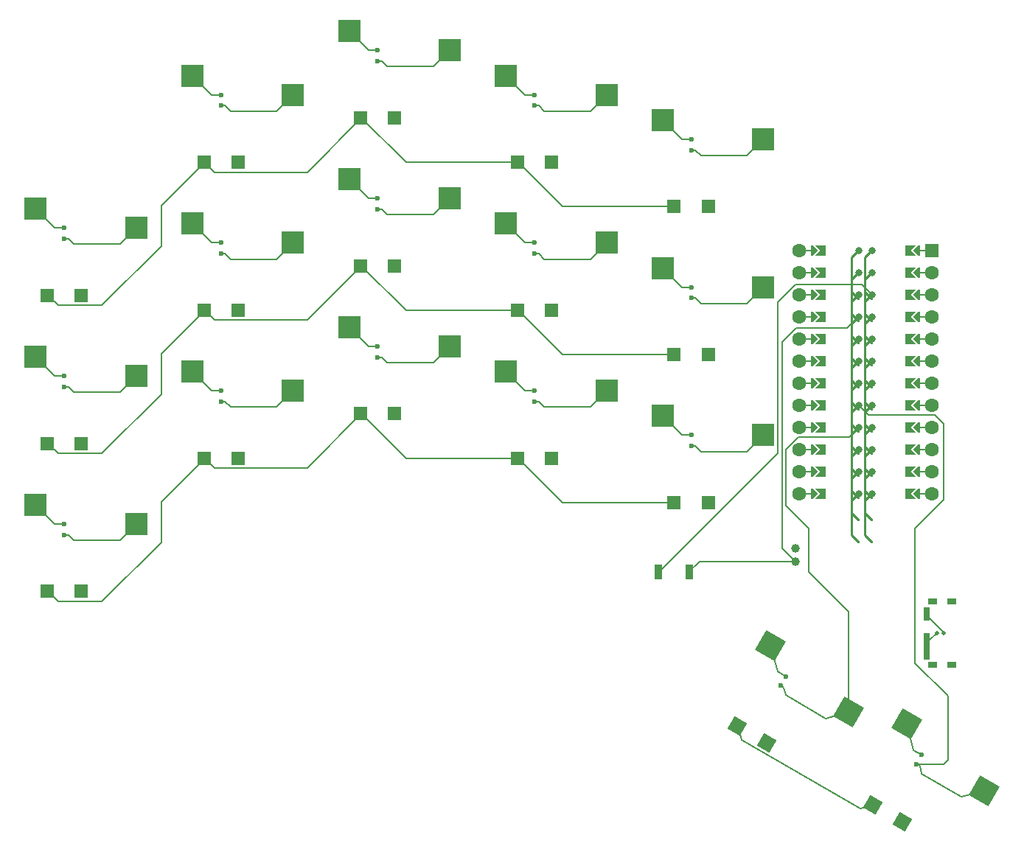
<source format=gbr>
%TF.GenerationSoftware,KiCad,Pcbnew,(6.0.6-1)-1*%
%TF.CreationDate,2023-03-28T00:01:58-05:00*%
%TF.ProjectId,smcboard,736d6362-6f61-4726-942e-6b696361645f,v1.0.0*%
%TF.SameCoordinates,Original*%
%TF.FileFunction,Copper,L2,Bot*%
%TF.FilePolarity,Positive*%
%FSLAX46Y46*%
G04 Gerber Fmt 4.6, Leading zero omitted, Abs format (unit mm)*
G04 Created by KiCad (PCBNEW (6.0.6-1)-1) date 2023-03-28 00:01:58*
%MOMM*%
%LPD*%
G01*
G04 APERTURE LIST*
G04 Aperture macros list*
%AMRotRect*
0 Rectangle, with rotation*
0 The origin of the aperture is its center*
0 $1 length*
0 $2 width*
0 $3 Rotation angle, in degrees counterclockwise*
0 Add horizontal line*
21,1,$1,$2,0,0,$3*%
%AMFreePoly0*
4,1,5,0.125000,-0.500000,-0.125000,-0.500000,-0.125000,0.500000,0.125000,0.500000,0.125000,-0.500000,0.125000,-0.500000,$1*%
%AMFreePoly1*
4,1,6,0.600000,-0.250000,-0.600000,-0.250000,-0.600000,1.000000,0.000000,0.400000,0.600000,1.000000,0.600000,-0.250000,0.600000,-0.250000,$1*%
%AMFreePoly2*
4,1,6,0.600000,0.200000,0.000000,-0.400000,-0.600000,0.200000,-0.600000,0.400000,0.600000,0.400000,0.600000,0.200000,0.600000,0.200000,$1*%
%AMFreePoly3*
4,1,49,0.004773,0.123721,0.009154,0.124665,0.028961,0.117240,0.062500,0.108253,0.068237,0.102516,0.075053,0.099961,0.087617,0.083136,0.108253,0.062500,0.111178,0.051584,0.117161,0.043572,0.118539,0.024114,0.125000,0.000000,0.121239,-0.014035,0.122131,-0.026629,0.113759,-0.041951,0.108253,-0.062500,0.095644,-0.075109,0.088389,-0.088388,-0.641000,-0.817776,-0.641000,-4.770224,
0.088389,-5.499612,0.109852,-5.528356,0.124665,-5.597154,0.099961,-5.663053,0.043572,-5.705161,-0.026629,-5.710131,-0.088388,-5.676389,-0.854388,-4.910388,-0.867707,-4.892552,-0.871189,-4.889530,-0.871982,-4.886826,-0.875852,-4.881644,-0.882331,-4.851549,-0.891000,-4.822000,-0.891000,-0.766000,-0.887805,-0.743969,-0.888131,-0.739371,-0.886780,-0.736898,-0.885852,-0.730498,-0.869151,-0.704632,
-0.854388,-0.677612,-0.088388,0.088389,-0.064606,0.106147,-0.062500,0.108253,-0.061385,0.108552,-0.059644,0.109852,-0.043806,0.113262,0.000000,0.125000,0.004773,0.123721,0.004773,0.123721,$1*%
G04 Aperture macros list end*
%TA.AperFunction,ComponentPad*%
%ADD10C,1.600000*%
%TD*%
%TA.AperFunction,ComponentPad*%
%ADD11R,1.600000X1.600000*%
%TD*%
%TA.AperFunction,SMDPad,CuDef*%
%ADD12FreePoly0,90.000000*%
%TD*%
%TA.AperFunction,SMDPad,CuDef*%
%ADD13FreePoly1,90.000000*%
%TD*%
%TA.AperFunction,SMDPad,CuDef*%
%ADD14FreePoly2,90.000000*%
%TD*%
%TA.AperFunction,SMDPad,CuDef*%
%ADD15FreePoly0,270.000000*%
%TD*%
%TA.AperFunction,SMDPad,CuDef*%
%ADD16FreePoly2,270.000000*%
%TD*%
%TA.AperFunction,SMDPad,CuDef*%
%ADD17FreePoly1,270.000000*%
%TD*%
%TA.AperFunction,SMDPad,CuDef*%
%ADD18FreePoly3,90.000000*%
%TD*%
%TA.AperFunction,SMDPad,CuDef*%
%ADD19FreePoly3,270.000000*%
%TD*%
%TA.AperFunction,ComponentPad*%
%ADD20C,0.800000*%
%TD*%
%TA.AperFunction,ComponentPad*%
%ADD21R,0.900000X1.700000*%
%TD*%
%TA.AperFunction,SMDPad,CuDef*%
%ADD22R,0.700000X1.500000*%
%TD*%
%TA.AperFunction,SMDPad,CuDef*%
%ADD23R,1.000000X0.800000*%
%TD*%
%TA.AperFunction,ComponentPad*%
%ADD24C,1.000000*%
%TD*%
%TA.AperFunction,SMDPad,CuDef*%
%ADD25R,2.600000X2.600000*%
%TD*%
%TA.AperFunction,SMDPad,CuDef*%
%ADD26RotRect,2.600000X2.600000X330.000000*%
%TD*%
%TA.AperFunction,ComponentPad*%
%ADD27R,1.650000X1.650000*%
%TD*%
%TA.AperFunction,ComponentPad*%
%ADD28RotRect,1.650000X1.650000X150.000000*%
%TD*%
%TA.AperFunction,ComponentPad*%
%ADD29RotRect,1.650000X1.650000X330.000000*%
%TD*%
%TA.AperFunction,ComponentPad*%
%ADD30C,0.600000*%
%TD*%
%TA.AperFunction,ViaPad*%
%ADD31C,0.500000*%
%TD*%
%TA.AperFunction,Conductor*%
%ADD32C,0.200000*%
%TD*%
%TA.AperFunction,Conductor*%
%ADD33C,0.180000*%
%TD*%
G04 APERTURE END LIST*
D10*
%TO.P,MCU1,*%
%TO.N,*%
X233655000Y-130830000D03*
X233655000Y-133370000D03*
X233655000Y-135910000D03*
X233655000Y-138450000D03*
X233655000Y-140990000D03*
X233655000Y-143530000D03*
X233655000Y-146070000D03*
X233655000Y-148610000D03*
X233655000Y-151150000D03*
X233655000Y-153690000D03*
X233655000Y-156230000D03*
X233655000Y-158770000D03*
X248895000Y-158770000D03*
X248895000Y-156230000D03*
X248895000Y-153690000D03*
X248895000Y-151150000D03*
X248895000Y-148610000D03*
X248895000Y-146070000D03*
X248895000Y-143530000D03*
X248895000Y-140990000D03*
X248895000Y-138450000D03*
X248895000Y-135910000D03*
X248895000Y-133370000D03*
X248895000Y-130830000D03*
D11*
X248895000Y-130830000D03*
D12*
X234925000Y-130830000D03*
D13*
%TO.P,MCU1,1*%
%TO.N,RAW*%
X236449000Y-130830000D03*
D14*
%TO.P,MCU1,*%
%TO.N,*%
X235433000Y-130830000D03*
D12*
X234925000Y-133370000D03*
D14*
X235433000Y-133370000D03*
D13*
%TO.P,MCU1,2*%
%TO.N,N/C*%
X236449000Y-133370000D03*
D12*
%TO.P,MCU1,*%
%TO.N,*%
X234925000Y-135910000D03*
D14*
X235433000Y-135910000D03*
D13*
%TO.P,MCU1,3*%
%TO.N,RST*%
X236449000Y-135910000D03*
D12*
%TO.P,MCU1,*%
%TO.N,*%
X234925000Y-138450000D03*
D14*
X235433000Y-138450000D03*
D13*
%TO.P,MCU1,4*%
%TO.N,VCC*%
X236449000Y-138450000D03*
D12*
%TO.P,MCU1,*%
%TO.N,*%
X234925000Y-140990000D03*
D14*
X235433000Y-140990000D03*
D13*
%TO.P,MCU1,5*%
%TO.N,P21*%
X236449000Y-140990000D03*
D12*
%TO.P,MCU1,*%
%TO.N,*%
X234925000Y-143530000D03*
D14*
X235433000Y-143530000D03*
D13*
%TO.P,MCU1,6*%
%TO.N,P20*%
X236449000Y-143530000D03*
D12*
%TO.P,MCU1,*%
%TO.N,*%
X234925000Y-146070000D03*
D14*
X235433000Y-146070000D03*
D13*
%TO.P,MCU1,7*%
%TO.N,P19*%
X236449000Y-146070000D03*
D12*
%TO.P,MCU1,*%
%TO.N,*%
X234925000Y-148610000D03*
D14*
X235433000Y-148610000D03*
D13*
%TO.P,MCU1,8*%
%TO.N,P18*%
X236449000Y-148610000D03*
D12*
%TO.P,MCU1,*%
%TO.N,*%
X234925000Y-151150000D03*
D14*
X235433000Y-151150000D03*
D13*
%TO.P,MCU1,9*%
%TO.N,P15*%
X236449000Y-151150000D03*
D12*
%TO.P,MCU1,*%
%TO.N,*%
X234925000Y-153690000D03*
D14*
X235433000Y-153690000D03*
D13*
%TO.P,MCU1,10*%
%TO.N,P14*%
X236449000Y-153690000D03*
D12*
%TO.P,MCU1,*%
%TO.N,*%
X234925000Y-156230000D03*
D14*
X235433000Y-156230000D03*
D13*
%TO.P,MCU1,11*%
%TO.N,P16*%
X236449000Y-156230000D03*
D12*
%TO.P,MCU1,*%
%TO.N,*%
X234925000Y-158770000D03*
D14*
X235433000Y-158770000D03*
D13*
%TO.P,MCU1,12*%
%TO.N,P10*%
X236449000Y-158770000D03*
D15*
%TO.P,MCU1,*%
%TO.N,*%
X247625000Y-130830000D03*
D16*
X247117000Y-130830000D03*
D17*
%TO.P,MCU1,24*%
%TO.N,P1*%
X246101000Y-130830000D03*
%TO.P,MCU1,23*%
%TO.N,P0*%
X246101000Y-133370000D03*
D15*
%TO.P,MCU1,*%
%TO.N,*%
X247625000Y-133370000D03*
D16*
X247117000Y-133370000D03*
D17*
%TO.P,MCU1,22*%
%TO.N,GND*%
X246101000Y-135910000D03*
D15*
%TO.P,MCU1,*%
%TO.N,*%
X247625000Y-135910000D03*
D16*
X247117000Y-135910000D03*
D17*
%TO.P,MCU1,21*%
%TO.N,GND*%
X246101000Y-138450000D03*
D15*
%TO.P,MCU1,*%
%TO.N,*%
X247625000Y-138450000D03*
D16*
X247117000Y-138450000D03*
D17*
%TO.P,MCU1,20*%
%TO.N,P2*%
X246101000Y-140990000D03*
D15*
%TO.P,MCU1,*%
%TO.N,*%
X247625000Y-140990000D03*
D16*
X247117000Y-140990000D03*
D17*
%TO.P,MCU1,19*%
%TO.N,P3*%
X246101000Y-143530000D03*
D15*
%TO.P,MCU1,*%
%TO.N,*%
X247625000Y-143530000D03*
D16*
X247117000Y-143530000D03*
D17*
%TO.P,MCU1,18*%
%TO.N,P4*%
X246101000Y-146070000D03*
D15*
%TO.P,MCU1,*%
%TO.N,*%
X247625000Y-146070000D03*
D16*
X247117000Y-146070000D03*
D17*
%TO.P,MCU1,17*%
%TO.N,P5*%
X246101000Y-148610000D03*
D15*
%TO.P,MCU1,*%
%TO.N,*%
X247625000Y-148610000D03*
D16*
X247117000Y-148610000D03*
D17*
%TO.P,MCU1,16*%
%TO.N,P6*%
X246101000Y-151150000D03*
D15*
%TO.P,MCU1,*%
%TO.N,*%
X247625000Y-151150000D03*
D16*
X247117000Y-151150000D03*
D17*
%TO.P,MCU1,15*%
%TO.N,P7*%
X246101000Y-153690000D03*
D15*
%TO.P,MCU1,*%
%TO.N,*%
X247625000Y-153690000D03*
D16*
X247117000Y-153690000D03*
D17*
%TO.P,MCU1,14*%
%TO.N,P8*%
X246101000Y-156230000D03*
D15*
%TO.P,MCU1,*%
%TO.N,*%
X247625000Y-156230000D03*
D16*
X247117000Y-156230000D03*
D17*
%TO.P,MCU1,13*%
%TO.N,P9*%
X246101000Y-158770000D03*
D15*
%TO.P,MCU1,*%
%TO.N,*%
X247625000Y-158770000D03*
D16*
X247117000Y-158770000D03*
D18*
%TO.P,MCU1,23*%
%TO.N,P0*%
X240513000Y-133370000D03*
D19*
%TO.P,MCU1,2*%
%TO.N,GND*%
X242037000Y-133370000D03*
D20*
X242037000Y-133370000D03*
%TO.P,MCU1,23*%
%TO.N,P0*%
X240513000Y-133370000D03*
%TO.P,MCU1,24*%
%TO.N,P1*%
X240513000Y-130830000D03*
%TO.P,MCU1,1*%
%TO.N,RAW*%
X242037000Y-130830000D03*
D18*
%TO.P,MCU1,24*%
%TO.N,P1*%
X240513000Y-130830000D03*
D19*
%TO.P,MCU1,1*%
%TO.N,RAW*%
X242037000Y-130830000D03*
D20*
%TO.P,MCU1,22*%
%TO.N,GND*%
X240513000Y-135910000D03*
%TO.P,MCU1,3*%
%TO.N,RST*%
X242037000Y-135910000D03*
D18*
%TO.P,MCU1,22*%
%TO.N,GND*%
X240513000Y-135910000D03*
D19*
%TO.P,MCU1,3*%
%TO.N,RST*%
X242037000Y-135910000D03*
D20*
%TO.P,MCU1,21*%
%TO.N,GND*%
X240513000Y-138450000D03*
%TO.P,MCU1,4*%
%TO.N,VCC*%
X242037000Y-138450000D03*
D18*
%TO.P,MCU1,21*%
%TO.N,GND*%
X240513000Y-138450000D03*
D19*
%TO.P,MCU1,4*%
%TO.N,VCC*%
X242037000Y-138450000D03*
D20*
%TO.P,MCU1,20*%
%TO.N,P2*%
X240513000Y-140990000D03*
%TO.P,MCU1,5*%
%TO.N,P21*%
X242037000Y-140990000D03*
D18*
%TO.P,MCU1,20*%
%TO.N,P2*%
X240513000Y-140990000D03*
D19*
%TO.P,MCU1,5*%
%TO.N,P21*%
X242037000Y-140990000D03*
D20*
%TO.P,MCU1,19*%
%TO.N,P3*%
X240513000Y-143530000D03*
%TO.P,MCU1,6*%
%TO.N,P20*%
X242037000Y-143530000D03*
D18*
%TO.P,MCU1,19*%
%TO.N,P3*%
X240513000Y-143530000D03*
D19*
%TO.P,MCU1,6*%
%TO.N,P20*%
X242037000Y-143530000D03*
D20*
%TO.P,MCU1,18*%
%TO.N,P4*%
X240513000Y-146070000D03*
%TO.P,MCU1,7*%
%TO.N,P19*%
X242037000Y-146070000D03*
D18*
%TO.P,MCU1,18*%
%TO.N,P4*%
X240513000Y-146070000D03*
D19*
%TO.P,MCU1,7*%
%TO.N,P19*%
X242037000Y-146070000D03*
D20*
%TO.P,MCU1,17*%
%TO.N,P5*%
X240513000Y-148610000D03*
%TO.P,MCU1,8*%
%TO.N,P18*%
X242037000Y-148610000D03*
D18*
%TO.P,MCU1,17*%
%TO.N,P5*%
X240513000Y-148610000D03*
D19*
%TO.P,MCU1,8*%
%TO.N,P18*%
X242037000Y-148610000D03*
D20*
%TO.P,MCU1,16*%
%TO.N,P6*%
X240513000Y-151150000D03*
%TO.P,MCU1,9*%
%TO.N,P15*%
X242037000Y-151150000D03*
D18*
%TO.P,MCU1,16*%
%TO.N,P6*%
X240513000Y-151150000D03*
D19*
%TO.P,MCU1,9*%
%TO.N,P15*%
X242037000Y-151150000D03*
D20*
%TO.P,MCU1,15*%
%TO.N,P7*%
X240513000Y-153690000D03*
%TO.P,MCU1,10*%
%TO.N,P14*%
X242037000Y-153690000D03*
D18*
%TO.P,MCU1,15*%
%TO.N,P7*%
X240513000Y-153690000D03*
D19*
%TO.P,MCU1,10*%
%TO.N,P14*%
X242037000Y-153690000D03*
D20*
%TO.P,MCU1,14*%
%TO.N,P8*%
X240513000Y-156230000D03*
%TO.P,MCU1,11*%
%TO.N,P16*%
X242037000Y-156230000D03*
D18*
%TO.P,MCU1,14*%
%TO.N,P8*%
X240513000Y-156230000D03*
D19*
%TO.P,MCU1,11*%
%TO.N,P16*%
X242037000Y-156230000D03*
D20*
%TO.P,MCU1,13*%
%TO.N,P9*%
X240513000Y-158770000D03*
%TO.P,MCU1,12*%
%TO.N,P10*%
X242037000Y-158770000D03*
D18*
%TO.P,MCU1,13*%
%TO.N,P9*%
X240513000Y-158770000D03*
D19*
%TO.P,MCU1,12*%
%TO.N,P10*%
X242037000Y-158770000D03*
%TD*%
D21*
%TO.P,,1*%
%TO.N,RST*%
X217475000Y-167800000D03*
%TO.P,,2*%
%TO.N,GND*%
X221075000Y-167800000D03*
%TD*%
D22*
%TO.P,,1*%
%TO.N,pos*%
X248345000Y-172550000D03*
%TO.P,,2*%
%TO.N,RAW*%
X248345000Y-175550000D03*
%TO.P,,3*%
%TO.N,N/C*%
X248345000Y-177050000D03*
D23*
%TO.P,,*%
%TO.N,*%
X251205000Y-171150000D03*
X251205000Y-178450000D03*
X248995000Y-178450000D03*
X248995000Y-171150000D03*
%TD*%
D24*
%TO.P,,1*%
%TO.N,pos*%
X233275000Y-165050000D03*
%TO.P,,2*%
%TO.N,GND*%
X233275000Y-166550000D03*
%TD*%
D25*
%TO.P,S1,1*%
%TO.N,pinky_bottom*%
X146000000Y-160050000D03*
%TO.P,S1,2*%
%TO.N,P8*%
X157550000Y-162250000D03*
%TD*%
%TO.P,S2,1*%
%TO.N,pinky_home*%
X146000000Y-143050000D03*
%TO.P,S2,2*%
%TO.N,P8*%
X157550000Y-145250000D03*
%TD*%
%TO.P,S3,1*%
%TO.N,pinky_top*%
X146000000Y-126050000D03*
%TO.P,S3,2*%
%TO.N,P8*%
X157550000Y-128250000D03*
%TD*%
%TO.P,S4,1*%
%TO.N,ring_bottom*%
X164000000Y-144750000D03*
%TO.P,S4,2*%
%TO.N,P7*%
X175550000Y-146950000D03*
%TD*%
%TO.P,S5,1*%
%TO.N,ring_home*%
X164000000Y-127750000D03*
%TO.P,S5,2*%
%TO.N,P7*%
X175550000Y-129950000D03*
%TD*%
%TO.P,S6,1*%
%TO.N,ring_top*%
X164000000Y-110750000D03*
%TO.P,S6,2*%
%TO.N,P7*%
X175550000Y-112950000D03*
%TD*%
%TO.P,S7,1*%
%TO.N,middle_bottom*%
X182000000Y-139650000D03*
%TO.P,S7,2*%
%TO.N,P6*%
X193550000Y-141850000D03*
%TD*%
%TO.P,S8,1*%
%TO.N,middle_home*%
X182000000Y-122650000D03*
%TO.P,S8,2*%
%TO.N,P6*%
X193550000Y-124850000D03*
%TD*%
%TO.P,S9,1*%
%TO.N,middle_top*%
X182000000Y-105650000D03*
%TO.P,S9,2*%
%TO.N,P6*%
X193550000Y-107850000D03*
%TD*%
%TO.P,S10,1*%
%TO.N,index_bottom*%
X200000000Y-144750000D03*
%TO.P,S10,2*%
%TO.N,P5*%
X211550000Y-146950000D03*
%TD*%
%TO.P,S11,1*%
%TO.N,index_home*%
X200000000Y-127750000D03*
%TO.P,S11,2*%
%TO.N,P5*%
X211550000Y-129950000D03*
%TD*%
%TO.P,S12,1*%
%TO.N,index_top*%
X200000000Y-110750000D03*
%TO.P,S12,2*%
%TO.N,P5*%
X211550000Y-112950000D03*
%TD*%
%TO.P,S13,1*%
%TO.N,inner_bottom*%
X218000000Y-149850000D03*
%TO.P,S13,2*%
%TO.N,P4*%
X229550000Y-152050000D03*
%TD*%
%TO.P,S14,1*%
%TO.N,inner_home*%
X218000000Y-132850000D03*
%TO.P,S14,2*%
%TO.N,P4*%
X229550000Y-135050000D03*
%TD*%
%TO.P,S15,1*%
%TO.N,inner_top*%
X218000000Y-115850000D03*
%TO.P,S15,2*%
%TO.N,P4*%
X229550000Y-118050000D03*
%TD*%
D26*
%TO.P,S16,1*%
%TO.N,near_thumb*%
X230413767Y-176209649D03*
%TO.P,S16,2*%
%TO.N,P6*%
X239316360Y-183889905D03*
%TD*%
%TO.P,S17,1*%
%TO.N,home_thumb*%
X246002224Y-185209649D03*
%TO.P,S17,2*%
%TO.N,P5*%
X254904817Y-192889905D03*
%TD*%
D27*
%TO.P,D1,1*%
%TO.N,P3*%
X147325000Y-170000000D03*
%TO.P,D1,2*%
%TO.N,pinky_bottom*%
X151225000Y-170000000D03*
%TD*%
%TO.P,D2,1*%
%TO.N,P2*%
X147325000Y-153000000D03*
%TO.P,D2,2*%
%TO.N,pinky_home*%
X151225000Y-153000000D03*
%TD*%
%TO.P,D3,1*%
%TO.N,P1*%
X147325000Y-136000000D03*
%TO.P,D3,2*%
%TO.N,pinky_top*%
X151225000Y-136000000D03*
%TD*%
%TO.P,D4,1*%
%TO.N,P3*%
X165325000Y-154700000D03*
%TO.P,D4,2*%
%TO.N,ring_bottom*%
X169225000Y-154700000D03*
%TD*%
%TO.P,D5,1*%
%TO.N,P2*%
X165325000Y-137700000D03*
%TO.P,D5,2*%
%TO.N,ring_home*%
X169225000Y-137700000D03*
%TD*%
%TO.P,D6,1*%
%TO.N,P1*%
X165325000Y-120700000D03*
%TO.P,D6,2*%
%TO.N,ring_top*%
X169225000Y-120700000D03*
%TD*%
%TO.P,D7,1*%
%TO.N,P3*%
X183325000Y-149600000D03*
%TO.P,D7,2*%
%TO.N,middle_bottom*%
X187225000Y-149600000D03*
%TD*%
%TO.P,D8,1*%
%TO.N,P2*%
X183325000Y-132600000D03*
%TO.P,D8,2*%
%TO.N,middle_home*%
X187225000Y-132600000D03*
%TD*%
%TO.P,D9,1*%
%TO.N,P1*%
X183325000Y-115600000D03*
%TO.P,D9,2*%
%TO.N,middle_top*%
X187225000Y-115600000D03*
%TD*%
%TO.P,D10,1*%
%TO.N,P3*%
X201325000Y-154700000D03*
%TO.P,D10,2*%
%TO.N,index_bottom*%
X205225000Y-154700000D03*
%TD*%
%TO.P,D11,1*%
%TO.N,P2*%
X201325000Y-137700000D03*
%TO.P,D11,2*%
%TO.N,index_home*%
X205225000Y-137700000D03*
%TD*%
%TO.P,D12,1*%
%TO.N,P1*%
X201325000Y-120700000D03*
%TO.P,D12,2*%
%TO.N,index_top*%
X205225000Y-120700000D03*
%TD*%
%TO.P,D13,1*%
%TO.N,P3*%
X219325000Y-159800000D03*
%TO.P,D13,2*%
%TO.N,inner_bottom*%
X223225000Y-159800000D03*
%TD*%
%TO.P,D14,1*%
%TO.N,P2*%
X219325000Y-142800000D03*
%TO.P,D14,2*%
%TO.N,inner_home*%
X223225000Y-142800000D03*
%TD*%
%TO.P,D15,1*%
%TO.N,P1*%
X219325000Y-125800000D03*
%TO.P,D15,2*%
%TO.N,inner_top*%
X223225000Y-125800000D03*
%TD*%
D28*
%TO.P,D16,1*%
%TO.N,P9*%
X226586250Y-185489102D03*
D29*
%TO.P,D16,2*%
%TO.N,near_thumb*%
X229963750Y-187439102D03*
%TD*%
D28*
%TO.P,D17,1*%
%TO.N,P9*%
X242174707Y-194489102D03*
D29*
%TO.P,D17,2*%
%TO.N,home_thumb*%
X245552207Y-196439102D03*
%TD*%
D30*
%TO.P,REF\u002A\u002A,1*%
%TO.N,P8*%
X149275000Y-163500000D03*
%TD*%
%TO.P,REF\u002A\u002A,1*%
%TO.N,P8*%
X149275000Y-146500000D03*
%TD*%
%TO.P,REF\u002A\u002A,1*%
%TO.N,P8*%
X149275000Y-129500000D03*
%TD*%
%TO.P,REF\u002A\u002A,1*%
%TO.N,P7*%
X167275000Y-148200000D03*
%TD*%
%TO.P,REF\u002A\u002A,1*%
%TO.N,P7*%
X167275000Y-131200000D03*
%TD*%
%TO.P,REF\u002A\u002A,1*%
%TO.N,P7*%
X167275000Y-114200000D03*
%TD*%
%TO.P,REF\u002A\u002A,1*%
%TO.N,P6*%
X185275000Y-143100000D03*
%TD*%
%TO.P,REF\u002A\u002A,1*%
%TO.N,P6*%
X185275000Y-126100000D03*
%TD*%
%TO.P,REF\u002A\u002A,1*%
%TO.N,P6*%
X185275000Y-109100000D03*
%TD*%
%TO.P,REF\u002A\u002A,1*%
%TO.N,P5*%
X203275000Y-148200000D03*
%TD*%
%TO.P,REF\u002A\u002A,1*%
%TO.N,P5*%
X203275000Y-131200000D03*
%TD*%
%TO.P,REF\u002A\u002A,1*%
%TO.N,P5*%
X203275000Y-114200000D03*
%TD*%
%TO.P,REF\u002A\u002A,1*%
%TO.N,P4*%
X221275000Y-153300000D03*
%TD*%
%TO.P,REF\u002A\u002A,1*%
%TO.N,P4*%
X221275000Y-136300000D03*
%TD*%
%TO.P,REF\u002A\u002A,1*%
%TO.N,P4*%
X221275000Y-119300000D03*
%TD*%
%TO.P,REF\u002A\u002A,1*%
%TO.N,P6*%
X231525000Y-180834937D03*
%TD*%
%TO.P,REF\u002A\u002A,1*%
%TO.N,P5*%
X247113457Y-189834937D03*
%TD*%
%TO.P,REF\u002A\u002A,1*%
%TO.N,pinky_bottom*%
X149275000Y-162250000D03*
%TD*%
%TO.P,REF\u002A\u002A,1*%
%TO.N,pinky_home*%
X149275000Y-145250000D03*
%TD*%
%TO.P,REF\u002A\u002A,1*%
%TO.N,pinky_top*%
X149275000Y-128250000D03*
%TD*%
%TO.P,REF\u002A\u002A,1*%
%TO.N,ring_bottom*%
X167275000Y-146950000D03*
%TD*%
%TO.P,REF\u002A\u002A,1*%
%TO.N,ring_home*%
X167275000Y-129950000D03*
%TD*%
%TO.P,REF\u002A\u002A,1*%
%TO.N,ring_top*%
X167275000Y-112950000D03*
%TD*%
%TO.P,REF\u002A\u002A,1*%
%TO.N,middle_bottom*%
X185275000Y-141850000D03*
%TD*%
%TO.P,REF\u002A\u002A,1*%
%TO.N,middle_home*%
X185275000Y-124850000D03*
%TD*%
%TO.P,REF\u002A\u002A,1*%
%TO.N,middle_top*%
X185275000Y-107850000D03*
%TD*%
%TO.P,REF\u002A\u002A,1*%
%TO.N,index_bottom*%
X203275000Y-146950000D03*
%TD*%
%TO.P,REF\u002A\u002A,1*%
%TO.N,index_home*%
X203275000Y-129950000D03*
%TD*%
%TO.P,REF\u002A\u002A,1*%
%TO.N,index_top*%
X203275000Y-112950000D03*
%TD*%
%TO.P,REF\u002A\u002A,1*%
%TO.N,inner_bottom*%
X221275000Y-152050000D03*
%TD*%
%TO.P,REF\u002A\u002A,1*%
%TO.N,inner_home*%
X221275000Y-135050000D03*
%TD*%
%TO.P,REF\u002A\u002A,1*%
%TO.N,inner_top*%
X221275000Y-118050000D03*
%TD*%
%TO.P,REF\u002A\u002A,1*%
%TO.N,near_thumb*%
X232150000Y-179752405D03*
%TD*%
%TO.P,REF\u002A\u002A,1*%
%TO.N,home_thumb*%
X247738457Y-188752405D03*
%TD*%
D31*
%TO.N,RAW*%
X249500000Y-174750000D03*
%TO.N,pos*%
X250250000Y-174750000D03*
%TD*%
D32*
%TO.N,P5*%
X247113457Y-189834937D02*
X250255925Y-189834937D01*
X250255925Y-189834937D02*
X250750000Y-189340862D01*
X250750000Y-189340862D02*
X250750000Y-182000000D01*
X250250000Y-159500000D02*
X250250000Y-150750000D01*
X250750000Y-182000000D02*
X247000000Y-178250000D01*
X247000000Y-178250000D02*
X247000000Y-162750000D01*
X241653000Y-149750000D02*
X240513000Y-148610000D01*
X247000000Y-162750000D02*
X250250000Y-159500000D01*
X249250000Y-149750000D02*
X241653000Y-149750000D01*
X250250000Y-150750000D02*
X249250000Y-149750000D01*
%TO.N,P6*%
X239316360Y-183889905D02*
X239316360Y-172316360D01*
X239316360Y-172316360D02*
X234750000Y-167750000D01*
X234750000Y-167750000D02*
X234750000Y-162750000D01*
X239413000Y-152250000D02*
X240513000Y-151150000D01*
X234750000Y-162750000D02*
X232130000Y-160130000D01*
X232130000Y-160130000D02*
X232130000Y-153687649D01*
X232130000Y-153687649D02*
X233567649Y-152250000D01*
X233567649Y-152250000D02*
X239413000Y-152250000D01*
%TO.N,GND*%
X233275000Y-166550000D02*
X231750000Y-165025000D01*
X233367649Y-139750000D02*
X239213000Y-139750000D01*
X231750000Y-165025000D02*
X231750000Y-141367649D01*
X231750000Y-141367649D02*
X233367649Y-139750000D01*
X239213000Y-139750000D02*
X240513000Y-138450000D01*
%TO.N,RST*%
X217575000Y-167800000D02*
X231250000Y-154125000D01*
X231250000Y-154125000D02*
X231250000Y-136787649D01*
X231250000Y-136787649D02*
X233287649Y-134750000D01*
X233287649Y-134750000D02*
X240877000Y-134750000D01*
X240877000Y-134750000D02*
X242037000Y-135910000D01*
D33*
%TO.N,GND*%
X222225000Y-166550000D02*
X233275000Y-166550000D01*
%TO.N,pos*%
X250250000Y-174750000D02*
X250250000Y-174686827D01*
X250250000Y-174686827D02*
X248345000Y-172781827D01*
%TO.N,RAW*%
X248345000Y-175550000D02*
X248700000Y-175550000D01*
X248700000Y-175550000D02*
X249500000Y-174750000D01*
%TO.N,GND*%
X220975000Y-167800000D02*
X222225000Y-166550000D01*
%TO.N,P3*%
X183425000Y-149600000D02*
X177175000Y-155850000D01*
X177175000Y-155850000D02*
X166575000Y-155850000D01*
X166575000Y-155850000D02*
X165425000Y-154700000D01*
X188525000Y-154700000D02*
X183425000Y-149600000D01*
X201425000Y-154700000D02*
X188525000Y-154700000D01*
X160399999Y-164350001D02*
X153600000Y-171150000D01*
X148575000Y-171150000D02*
X147425000Y-170000000D01*
X165425000Y-154700000D02*
X160399999Y-159725001D01*
X153600000Y-171150000D02*
X148575000Y-171150000D01*
X160399999Y-159725001D02*
X160399999Y-164350001D01*
X206525000Y-159800000D02*
X201425000Y-154700000D01*
X219425000Y-159800000D02*
X206525000Y-159800000D01*
%TO.N,P2*%
X183425000Y-132600000D02*
X177175000Y-138850000D01*
X177175000Y-138850000D02*
X166575000Y-138850000D01*
X166575000Y-138850000D02*
X165425000Y-137700000D01*
X188525000Y-137700000D02*
X183425000Y-132600000D01*
X201425000Y-137700000D02*
X188525000Y-137700000D01*
X160399999Y-147350001D02*
X153600000Y-154150000D01*
X148575000Y-154150000D02*
X147425000Y-153000000D01*
X165425000Y-137700000D02*
X160399999Y-142725001D01*
X153600000Y-154150000D02*
X148575000Y-154150000D01*
X160399999Y-142725001D02*
X160399999Y-147350001D01*
X206525000Y-142800000D02*
X201425000Y-137700000D01*
X219425000Y-142800000D02*
X206525000Y-142800000D01*
%TO.N,P1*%
X165425000Y-120700000D02*
X160399999Y-125725001D01*
X160399999Y-130350001D02*
X153600000Y-137150000D01*
X160399999Y-125725001D02*
X160399999Y-130350001D01*
X153600000Y-137150000D02*
X148575000Y-137150000D01*
X148575000Y-137150000D02*
X147425000Y-136000000D01*
X183425000Y-115600000D02*
X177175000Y-121850000D01*
X177175000Y-121850000D02*
X166575000Y-121850000D01*
X166575000Y-121850000D02*
X165425000Y-120700000D01*
X201425000Y-120700000D02*
X188525000Y-120700000D01*
X188525000Y-120700000D02*
X183425000Y-115600000D01*
X219425000Y-125800000D02*
X206525000Y-125800000D01*
X206525000Y-125800000D02*
X201425000Y-120700000D01*
%TO.N,P9*%
X242261310Y-194539102D02*
X240690380Y-194960032D01*
X227093782Y-187110032D02*
X226672852Y-185539102D01*
X240690380Y-194960032D02*
X227093782Y-187110032D01*
%TO.N,P5*%
X252343518Y-193576203D02*
X247753585Y-190926204D01*
X247524819Y-190072437D02*
X247113457Y-189834937D01*
%TO.N,home_thumb*%
X246807480Y-188214905D02*
X247738457Y-188752405D01*
%TO.N,P5*%
X254904817Y-192889905D02*
X252343518Y-193576203D01*
X247753585Y-190926204D02*
X247524819Y-190072437D01*
%TO.N,home_thumb*%
X246002224Y-185209649D02*
X246807480Y-188214905D01*
%TO.N,P6*%
X236755061Y-184576203D02*
X232165128Y-181926204D01*
X231936362Y-181072437D02*
X231525000Y-180834937D01*
%TO.N,near_thumb*%
X231219023Y-179214905D02*
X232150000Y-179752405D01*
%TO.N,P6*%
X239316360Y-183889905D02*
X236755061Y-184576203D01*
X232165128Y-181926204D02*
X231936362Y-181072437D01*
%TO.N,near_thumb*%
X230413767Y-176209649D02*
X231219023Y-179214905D01*
%TO.N,P4*%
X222375001Y-153925001D02*
X221750000Y-153300000D01*
X221750000Y-153300000D02*
X221275000Y-153300000D01*
X227674999Y-153925001D02*
X222375001Y-153925001D01*
X229550000Y-152050000D02*
X227674999Y-153925001D01*
%TO.N,inner_bottom*%
X220200000Y-152050000D02*
X221275000Y-152050000D01*
X218000000Y-149850000D02*
X220200000Y-152050000D01*
%TO.N,P4*%
X222375001Y-136925001D02*
X221750000Y-136300000D01*
X221750000Y-136300000D02*
X221275000Y-136300000D01*
X227674999Y-136925001D02*
X222375001Y-136925001D01*
X229550000Y-135050000D02*
X227674999Y-136925001D01*
%TO.N,inner_home*%
X220200000Y-135050000D02*
X221275000Y-135050000D01*
X218000000Y-132850000D02*
X220200000Y-135050000D01*
%TO.N,P4*%
X222375001Y-119925001D02*
X221750000Y-119300000D01*
X221750000Y-119300000D02*
X221275000Y-119300000D01*
X227674999Y-119925001D02*
X222375001Y-119925001D01*
X229550000Y-118050000D02*
X227674999Y-119925001D01*
%TO.N,inner_top*%
X220200000Y-118050000D02*
X221275000Y-118050000D01*
X218000000Y-115850000D02*
X220200000Y-118050000D01*
%TO.N,P5*%
X204375001Y-148825001D02*
X203750000Y-148200000D01*
X203750000Y-148200000D02*
X203275000Y-148200000D01*
X209674999Y-148825001D02*
X204375001Y-148825001D01*
X211550000Y-146950000D02*
X209674999Y-148825001D01*
%TO.N,index_bottom*%
X202200000Y-146950000D02*
X203275000Y-146950000D01*
X200000000Y-144750000D02*
X202200000Y-146950000D01*
%TO.N,P5*%
X204375001Y-131825001D02*
X203750000Y-131200000D01*
X203750000Y-131200000D02*
X203275000Y-131200000D01*
X209674999Y-131825001D02*
X204375001Y-131825001D01*
X211550000Y-129950000D02*
X209674999Y-131825001D01*
%TO.N,index_home*%
X202200000Y-129950000D02*
X203275000Y-129950000D01*
X200000000Y-127750000D02*
X202200000Y-129950000D01*
%TO.N,P5*%
X204375001Y-114825001D02*
X203750000Y-114200000D01*
X203750000Y-114200000D02*
X203275000Y-114200000D01*
X209674999Y-114825001D02*
X204375001Y-114825001D01*
X211550000Y-112950000D02*
X209674999Y-114825001D01*
%TO.N,index_top*%
X202200000Y-112950000D02*
X203275000Y-112950000D01*
X200000000Y-110750000D02*
X202200000Y-112950000D01*
%TO.N,P6*%
X186375001Y-109725001D02*
X185750000Y-109100000D01*
X185750000Y-109100000D02*
X185275000Y-109100000D01*
X191674999Y-109725001D02*
X186375001Y-109725001D01*
X193550000Y-107850000D02*
X191674999Y-109725001D01*
%TO.N,middle_top*%
X184200000Y-107850000D02*
X185275000Y-107850000D01*
X182000000Y-105650000D02*
X184200000Y-107850000D01*
%TO.N,P6*%
X186375001Y-126725001D02*
X185750000Y-126100000D01*
X185750000Y-126100000D02*
X185275000Y-126100000D01*
X191674999Y-126725001D02*
X186375001Y-126725001D01*
X193550000Y-124850000D02*
X191674999Y-126725001D01*
%TO.N,middle_home*%
X184200000Y-124850000D02*
X185275000Y-124850000D01*
X182000000Y-122650000D02*
X184200000Y-124850000D01*
%TO.N,P6*%
X186375001Y-143725001D02*
X185750000Y-143100000D01*
X185750000Y-143100000D02*
X185275000Y-143100000D01*
X191674999Y-143725001D02*
X186375001Y-143725001D01*
X193550000Y-141850000D02*
X191674999Y-143725001D01*
%TO.N,middle_bottom*%
X184200000Y-141850000D02*
X185275000Y-141850000D01*
X182000000Y-139650000D02*
X184200000Y-141850000D01*
%TO.N,P7*%
X168375001Y-148825001D02*
X167750000Y-148200000D01*
X167750000Y-148200000D02*
X167275000Y-148200000D01*
X173674999Y-148825001D02*
X168375001Y-148825001D01*
X175550000Y-146950000D02*
X173674999Y-148825001D01*
%TO.N,ring_bottom*%
X166200000Y-146950000D02*
X167275000Y-146950000D01*
X164000000Y-144750000D02*
X166200000Y-146950000D01*
%TO.N,P7*%
X168375001Y-114825001D02*
X167750000Y-114200000D01*
X167750000Y-114200000D02*
X167275000Y-114200000D01*
X173674999Y-114825001D02*
X168375001Y-114825001D01*
X175550000Y-112950000D02*
X173674999Y-114825001D01*
%TO.N,ring_top*%
X166200000Y-112950000D02*
X167275000Y-112950000D01*
X164000000Y-110750000D02*
X166200000Y-112950000D01*
%TO.N,P7*%
X168375001Y-131825001D02*
X167750000Y-131200000D01*
X167750000Y-131200000D02*
X167275000Y-131200000D01*
X173674999Y-131825001D02*
X168375001Y-131825001D01*
X175550000Y-129950000D02*
X173674999Y-131825001D01*
%TO.N,ring_home*%
X166200000Y-129950000D02*
X167275000Y-129950000D01*
X164000000Y-127750000D02*
X166200000Y-129950000D01*
%TO.N,P8*%
X150375001Y-130125001D02*
X149750000Y-129500000D01*
X149750000Y-129500000D02*
X149275000Y-129500000D01*
X155674999Y-130125001D02*
X150375001Y-130125001D01*
X157550000Y-128250000D02*
X155674999Y-130125001D01*
%TO.N,pinky_top*%
X148200000Y-128250000D02*
X149275000Y-128250000D01*
X146000000Y-126050000D02*
X148200000Y-128250000D01*
%TO.N,P8*%
X150375001Y-147125001D02*
X149750000Y-146500000D01*
X149750000Y-146500000D02*
X149275000Y-146500000D01*
X155674999Y-147125001D02*
X150375001Y-147125001D01*
X157550000Y-145250000D02*
X155674999Y-147125001D01*
%TO.N,pinky_home*%
X148200000Y-145250000D02*
X149275000Y-145250000D01*
X146000000Y-143050000D02*
X148200000Y-145250000D01*
%TO.N,P8*%
X157550000Y-162250000D02*
X155674999Y-164125001D01*
X155674999Y-164125001D02*
X150375001Y-164125001D01*
X149750000Y-163500000D02*
X149275000Y-163500000D01*
X150375001Y-164125001D02*
X149750000Y-163500000D01*
%TO.N,pinky_bottom*%
X146000000Y-160050000D02*
X148200000Y-162250000D01*
X148200000Y-162250000D02*
X149275000Y-162250000D01*
%TD*%
M02*

</source>
